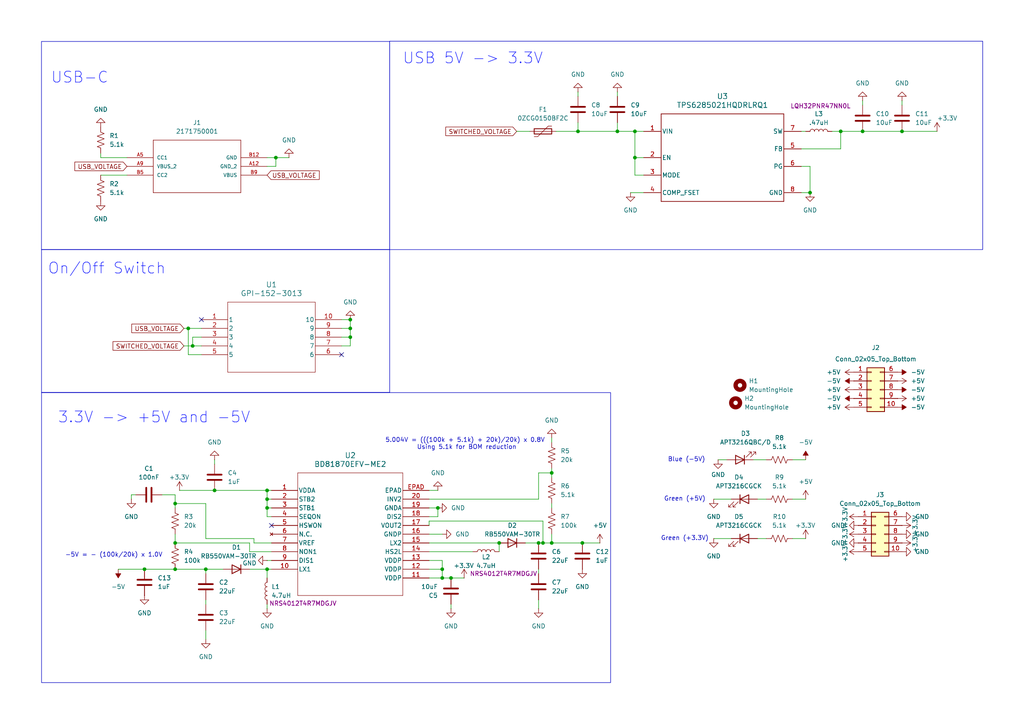
<source format=kicad_sch>
(kicad_sch (version 20250114) (generator "eeschema") (generator_version "9.0")
  (paper "A4")
  (lib_symbols
    (symbol "Connector_Generic:Conn_02x05_Top_Bottom" (pin_names (offset 1.016) (hide yes))
      (property "Reference" "J" (at 1.27 7.62 0))
      (property "Value" "Conn_02x05_Top_Bottom" (at 1.27 -7.62 0))
      (symbol "Conn_02x05_Top_Bottom_1_1"
        (rectangle (start -1.27 6.35) (end 3.81 -6.35) (stroke (width 0.254)) (fill (type background)))
        (rectangle (start -1.27 5.207) (end 0 4.953) (stroke (width 0.1524)))
        (rectangle (start -1.27 2.667) (end 0 2.413) (stroke (width 0.1524)))
        (rectangle (start -1.27 0.127) (end 0 -0.127) (stroke (width 0.1524)))
        (rectangle (start -1.27 -2.413) (end 0 -2.667) (stroke (width 0.1524)))
        (rectangle (start -1.27 -4.953) (end 0 -5.207) (stroke (width 0.1524)))
        (rectangle (start 3.81 5.207) (end 2.54 4.953) (stroke (width 0.1524)))
        (rectangle (start 3.81 2.667) (end 2.54 2.413) (stroke (width 0.1524)))
        (rectangle (start 3.81 0.127) (end 2.54 -0.127) (stroke (width 0.1524)))
        (rectangle (start 3.81 -2.413) (end 2.54 -2.667) (stroke (width 0.1524)))
        (rectangle (start 3.81 -4.953) (end 2.54 -5.207) (stroke (width 0.1524)))
        (pin passive line (at -5.08 5.08 0) (length 3.81) (name "Pin_1") (number "1"))
        (pin passive line (at -5.08 2.54 0) (length 3.81) (name "Pin_2") (number "2"))
        (pin passive line (at -5.08 0 0) (length 3.81) (name "Pin_3") (number "3"))
        (pin passive line (at -5.08 -2.54 0) (length 3.81) (name "Pin_4") (number "4"))
        (pin passive line (at -5.08 -5.08 0) (length 3.81) (name "Pin_5") (number "5"))
        (pin passive line (at 7.62 5.08 180) (length 3.81) (name "Pin_6") (number "6"))
        (pin passive line (at 7.62 2.54 180) (length 3.81) (name "Pin_7") (number "7"))
        (pin passive line (at 7.62 0 180) (length 3.81) (name "Pin_8") (number "8"))
        (pin passive line (at 7.62 -2.54 180) (length 3.81) (name "Pin_9") (number "9"))
        (pin passive line (at 7.62 -5.08 180) (length 3.81) (name "Pin_10") (number "10"))
      )
    )
    (symbol "Device:C" (pin_numbers (hide yes)) (pin_names (offset 0.254))
      (property "Reference" "C" (at 0.635 2.54 0))
      (property "Value" "C" (at 0.635 -2.54 0))
      (symbol "C_0_1"
        (polyline (pts (xy -2.032 0.762) (xy 2.032 0.762)) (stroke (width 0.508)))
        (polyline (pts (xy -2.032 -0.762) (xy 2.032 -0.762)) (stroke (width 0.508)))
      )
      (symbol "C_1_1"
        (pin passive line (at 0 3.81 270) (length 2.794) (name "~") (number "1"))
        (pin passive line (at 0 -3.81 90) (length 2.794) (name "~") (number "2"))
      )
    )
    (symbol "Device:D" (pin_numbers (hide yes)) (pin_names (offset 1.016) (hide yes))
      (property "Reference" "D" (at 0 2.54 0))
      (property "Value" "D" (at 0 -2.54 0))
      (symbol "D_0_1"
        (polyline (pts (xy -1.27 1.27) (xy -1.27 -1.27)) (stroke (width 0.254)))
        (polyline (pts (xy 1.27 1.27) (xy 1.27 -1.27) (xy -1.27 0) (xy 1.27 1.27)) (stroke (width 0.254)))
        (polyline (pts (xy 1.27 0) (xy -1.27 0)))
      )
      (symbol "D_1_1"
        (pin passive line (at -3.81 0 0) (length 2.54) (name "K") (number "1"))
        (pin passive line (at 3.81 0 180) (length 2.54) (name "A") (number "2"))
      )
    )
    (symbol "Device:L" (pin_numbers (hide yes)) (pin_names (offset 1.016) (hide yes))
      (property "Reference" "L" (at -1.27 0 90))
      (property "Value" "L" (at 1.905 0 90))
      (symbol "L_0_1"
        (arc (start 0 2.54) (mid 0.6323 1.905) (end 0 1.27))
        (arc (start 0 1.27) (mid 0.6323 0.635) (end 0 0))
        (arc (start 0 0) (mid 0.6323 -0.635) (end 0 -1.27))
        (arc (start 0 -1.27) (mid 0.6323 -1.905) (end 0 -2.54))
      )
      (symbol "L_1_1"
        (pin passive line (at 0 3.81 270) (length 1.27) (name "1") (number "1"))
        (pin passive line (at 0 -3.81 90) (length 1.27) (name "2") (number "2"))
      )
    )
    (symbol "Device:LED" (pin_numbers (hide yes)) (pin_names (offset 1.016) (hide yes))
      (property "Reference" "D" (at 0 2.54 0))
      (property "Value" "LED" (at 0 -2.54 0))
      (symbol "LED_0_1"
        (polyline (pts (xy -3.048 -0.762) (xy -4.572 -2.286) (xy -3.81 -2.286) (xy -4.572 -2.286) (xy -4.572 -1.524)))
        (polyline (pts (xy -1.778 -0.762) (xy -3.302 -2.286) (xy -2.54 -2.286) (xy -3.302 -2.286) (xy -3.302 -1.524)))
        (polyline (pts (xy -1.27 0) (xy 1.27 0)))
        (polyline (pts (xy -1.27 -1.27) (xy -1.27 1.27)) (stroke (width 0.254)))
        (polyline (pts (xy 1.27 -1.27) (xy 1.27 1.27) (xy -1.27 0) (xy 1.27 -1.27)) (stroke (width 0.254)))
      )
      (symbol "LED_1_1"
        (pin passive line (at -3.81 0 0) (length 2.54) (name "K") (number "1"))
        (pin passive line (at 3.81 0 180) (length 2.54) (name "A") (number "2"))
      )
    )
    (symbol "Device:Polyfuse" (pin_numbers (hide yes)) (pin_names (offset 0))
      (property "Reference" "F" (at -2.54 0 90))
      (property "Value" "Polyfuse" (at 2.54 0 90))
      (symbol "Polyfuse_0_1"
        (polyline (pts (xy -1.524 2.54) (xy -1.524 1.524) (xy 1.524 -1.524) (xy 1.524 -2.54)))
        (rectangle (start -0.762 2.54) (end 0.762 -2.54) (stroke (width 0.254)))
        (polyline (pts (xy 0 2.54) (xy 0 -2.54)))
      )
      (symbol "Polyfuse_1_1"
        (pin passive line (at 0 3.81 270) (length 1.27) (name "~") (number "1"))
        (pin passive line (at 0 -3.81 90) (length 1.27) (name "~") (number "2"))
      )
    )
    (symbol "Device:R_US" (pin_numbers (hide yes)) (pin_names (offset 0))
      (property "Reference" "R" (at 2.54 0 90))
      (property "Value" "R_US" (at -2.54 0 90))
      (symbol "R_US_0_1"
        (polyline (pts (xy 0 2.286) (xy 0 2.54)))
        (polyline (pts (xy 0 2.286) (xy 1.016 1.905) (xy 0 1.524) (xy -1.016 1.143) (xy 0 0.762)))
        (polyline (pts (xy 0 0.762) (xy 1.016 0.381) (xy 0 0) (xy -1.016 -0.381) (xy 0 -0.762)))
        (polyline (pts (xy 0 -0.762) (xy 1.016 -1.143) (xy 0 -1.524) (xy -1.016 -1.905) (xy 0 -2.286)))
        (polyline (pts (xy 0 -2.286) (xy 0 -2.54)))
      )
      (symbol "R_US_1_1"
        (pin passive line (at 0 3.81 270) (length 1.27) (name "~") (number "1"))
        (pin passive line (at 0 -3.81 90) (length 1.27) (name "~") (number "2"))
      )
    )
    (symbol "Mechanical:MountingHole" (pin_names (offset 1.016)) (in_bom no)
      (property "Reference" "H" (at 0 5.08 0))
      (property "Value" "MountingHole" (at 0 3.175 0))
      (symbol "MountingHole_0_1"
        (circle (center 0 0) (radius 1.27) (stroke (width 1.27)))
      )
    )
    (symbol "bbps:2171750001" (pin_names (offset 1.016))
      (property "Reference" "J" (at 15.5956 9.1186 0))
      (property "Value" "2171750001" (at 14.9606 6.5786 0))
      (symbol "2171750001_0_0"
        (polyline (pts (xy 7.62 5.08) (xy 7.62 -10.16)) (stroke (width 0.1524)))
        (polyline (pts (xy 7.62 -10.16) (xy 33.02 -10.16)) (stroke (width 0.1524)))
        (polyline (pts (xy 33.02 5.08) (xy 7.62 5.08)) (stroke (width 0.1524)))
        (polyline (pts (xy 33.02 -10.16) (xy 33.02 5.08)) (stroke (width 0.1524)))
        (pin bidirectional line (at 0 0 0) (length 7.62) (name "CC1") (number "A5"))
        (pin power_in line (at 0 -2.54 0) (length 7.62) (name "VBUS_2") (number "A9"))
        (pin bidirectional line (at 0 -5.08 0) (length 7.62) (name "CC2") (number "B5"))
        (pin passive line (at 40.64 0 180) (length 7.62) (name "GND") (number "B12"))
        (pin passive line (at 40.64 -2.54 180) (length 7.62) (name "GND_2") (number "A12"))
        (pin power_in line (at 40.64 -5.08 180) (length 7.62) (name "VBUS") (number "B9"))
      )
    )
    (symbol "bbps:BD81870EFV-ME2" (pin_names (offset 0.254))
      (property "Reference" "U" (at 22.86 10.16 0))
      (property "Value" "BD81870EFV-ME2" (at 22.86 7.62 0))
      (symbol "BD81870EFV-ME2_0_1"
        (polyline (pts (xy 7.62 5.08) (xy 7.62 -30.48)) (stroke (width 0.127)))
        (polyline (pts (xy 7.62 -30.48) (xy 38.1 -30.48)) (stroke (width 0.127)))
        (polyline (pts (xy 38.1 5.08) (xy 7.62 5.08)) (stroke (width 0.127)))
        (polyline (pts (xy 38.1 -30.48) (xy 38.1 5.08)) (stroke (width 0.127)))
        (pin power_in line (at 0 0 0) (length 7.62) (name "VDDA") (number "1"))
        (pin bidirectional line (at 0 -2.54 0) (length 7.62) (name "STB2") (number "2"))
        (pin bidirectional line (at 0 -5.08 0) (length 7.62) (name "STB1") (number "3"))
        (pin unspecified line (at 0 -7.62 0) (length 7.62) (name "SEQON") (number "4"))
        (pin unspecified line (at 0 -10.16 0) (length 7.62) (name "HSWON") (number "5"))
        (pin no_connect line (at 0 -12.7 0) (length 7.62) (name "N.C.") (number "6"))
        (pin power_in line (at 0 -15.24 0) (length 7.62) (name "VREF") (number "7"))
        (pin unspecified line (at 0 -17.78 0) (length 7.62) (name "NON1") (number "8"))
        (pin bidirectional line (at 0 -20.32 0) (length 7.62) (name "DIS1") (number "9"))
        (pin bidirectional line (at 0 -22.86 0) (length 7.62) (name "LX1") (number "10"))
        (pin unspecified line (at 45.72 0 180) (length 7.62) (name "EPAD") (number "EPAD"))
        (pin unspecified line (at 45.72 -2.54 180) (length 7.62) (name "INV2") (number "20"))
        (pin power_out line (at 45.72 -5.08 180) (length 7.62) (name "GNDA") (number "19"))
        (pin bidirectional line (at 45.72 -7.62 180) (length 7.62) (name "DIS2") (number "18"))
        (pin output line (at 45.72 -10.16 180) (length 7.62) (name "VOUT2") (number "17"))
        (pin power_out line (at 45.72 -12.7 180) (length 7.62) (name "GNDP") (number "16"))
        (pin bidirectional line (at 45.72 -15.24 180) (length 7.62) (name "LX2") (number "15"))
        (pin unspecified line (at 45.72 -17.78 180) (length 7.62) (name "HS2L") (number "14"))
        (pin power_in line (at 45.72 -20.32 180) (length 7.62) (name "VDDP") (number "13"))
        (pin power_in line (at 45.72 -22.86 180) (length 7.62) (name "VDDP") (number "12"))
        (pin power_in line (at 45.72 -25.4 180) (length 7.62) (name "VDDP") (number "11"))
      )
    )
    (symbol "bbps:GPI-152-3013" (pin_names (offset 0.254))
      (property "Reference" "U" (at 20.32 10.16 0))
      (property "Value" "GPI-152-3013" (at 20.32 7.62 0))
      (symbol "GPI-152-3013_0_1"
        (polyline (pts (xy 7.62 5.08) (xy 7.62 -15.24)) (stroke (width 0.127)))
        (polyline (pts (xy 7.62 -15.24) (xy 33.02 -15.24)) (stroke (width 0.127)))
        (polyline (pts (xy 33.02 5.08) (xy 7.62 5.08)) (stroke (width 0.127)))
        (polyline (pts (xy 33.02 -15.24) (xy 33.02 5.08)) (stroke (width 0.127)))
        (pin unspecified line (at 0 0 0) (length 7.62) (name "1") (number "1"))
        (pin unspecified line (at 0 -2.54 0) (length 7.62) (name "2") (number "2"))
        (pin unspecified line (at 0 -5.08 0) (length 7.62) (name "3") (number "3"))
        (pin unspecified line (at 0 -7.62 0) (length 7.62) (name "4") (number "4"))
        (pin unspecified line (at 0 -10.16 0) (length 7.62) (name "5") (number "5"))
        (pin unspecified line (at 40.64 0 180) (length 7.62) (name "10") (number "10"))
        (pin unspecified line (at 40.64 -2.54 180) (length 7.62) (name "9") (number "9"))
        (pin unspecified line (at 40.64 -5.08 180) (length 7.62) (name "8") (number "8"))
        (pin unspecified line (at 40.64 -7.62 180) (length 7.62) (name "7") (number "7"))
        (pin unspecified line (at 40.64 -10.16 180) (length 7.62) (name "6") (number "6"))
      )
    )
    (symbol "bbps:TPS6285021HQDRLRQ1" (pin_names (offset 0.254))
      (property "Reference" "U" (at 0 2.54 0))
      (property "Value" "TPS6285021HQDRLRQ1" (at 0 0 0))
      (symbol "TPS6285021HQDRLRQ1_0_1"
        (polyline (pts (xy 5.08 5.08) (xy 5.08 -20.32)) (stroke (width 0.2032)))
        (polyline (pts (xy 5.08 -20.32) (xy 40.64 -20.32)) (stroke (width 0.2032)))
        (polyline (pts (xy 40.64 5.08) (xy 5.08 5.08)) (stroke (width 0.2032)))
        (polyline (pts (xy 40.64 -20.32) (xy 40.64 5.08)) (stroke (width 0.2032)))
        (pin power_in line (at 0 0 0) (length 5.08) (name "VIN") (number "1"))
        (pin input line (at 0 -7.62 0) (length 5.08) (name "EN") (number "2"))
        (pin input line (at 0 -12.7 0) (length 5.08) (name "MODE") (number "3"))
        (pin input line (at 0 -17.78 0) (length 5.08) (name "COMP_FSET") (number "4"))
        (pin output line (at 45.72 0 180) (length 5.08) (name "SW") (number "7"))
        (pin input line (at 45.72 -5.08 180) (length 5.08) (name "FB") (number "5"))
        (pin open_collector line (at 45.72 -10.16 180) (length 5.08) (name "PG") (number "6"))
        (pin power_in line (at 45.72 -17.78 180) (length 5.08) (name "GND") (number "8"))
      )
    )
    (symbol "power:+3.3V" (power) (pin_numbers (hide yes)) (pin_names (offset 0) (hide yes))
      (property "Value" "+3.3V" (at 0 3.556 0))
      (symbol "+3.3V_0_1"
        (polyline (pts (xy -0.762 1.27) (xy 0 2.54)))
        (polyline (pts (xy 0 2.54) (xy 0.762 1.27)))
        (polyline (pts (xy 0 0) (xy 0 2.54)))
      )
      (symbol "+3.3V_1_1"
        (pin power_in line (at 0 0 90) (length 0) (name "~") (number "1"))
      )
    )
    (symbol "power:+5V" (power) (pin_numbers (hide yes)) (pin_names (offset 0) (hide yes))
      (property "Value" "+5V" (at 0 3.556 0))
      (symbol "+5V_0_1"
        (polyline (pts (xy -0.762 1.27) (xy 0 2.54)))
        (polyline (pts (xy 0 2.54) (xy 0.762 1.27)))
        (polyline (pts (xy 0 0) (xy 0 2.54)))
      )
      (symbol "+5V_1_1"
        (pin power_in line (at 0 0 90) (length 0) (name "~") (number "1"))
      )
    )
    (symbol "power:-5V" (power) (pin_numbers (hide yes)) (pin_names (offset 0) (hide yes))
      (property "Value" "-5V" (at 0 3.556 0))
      (symbol "-5V_0_0"
        (pin power_in line (at 0 0 90) (length 0) (name "~") (number "1"))
      )
      (symbol "-5V_0_1"
        (polyline (pts (xy 0 0) (xy 0 1.27) (xy 0.762 1.27) (xy 0 2.54) (xy -0.762 1.27) (xy 0 1.27)) (fill (type outline)))
      )
    )
    (symbol "power:GND" (power) (pin_numbers (hide yes)) (pin_names (offset 0) (hide yes))
      (property "Value" "GND" (at 0 -3.81 0))
      (symbol "GND_0_1"
        (polyline (pts (xy 0 0) (xy 0 -1.27) (xy 1.27 -1.27) (xy 0 -2.54) (xy -1.27 -1.27) (xy 0 -1.27)))
      )
      (symbol "GND_1_1"
        (pin power_in line (at 0 0 270) (length 0) (name "~") (number "1"))
      )
    )
  )
  (rectangle (start 12.0484 113.8717) (end 177.1052 197.9853))
  (rectangle (start 12.0441 72.39) (end 113.03 113.8315))
  (rectangle (start 113.0351 11.9529) (end 285.031 72.39))
  (rectangle (start 12.0295 12.0295) (end 113.03 72.39))
  (text "-5V = - (100k/20k) x 1.0V" (at 33.02 161.036 0) (effects (font (size 1.27 1.27))))
  (text "Green (+3.3V)\n" (at 198.628 156.21 0) (effects (font (size 1.27 1.27))))
  (text "USB 5V -> 3.3V" (at 137.16 17.018 0) (effects (font (size 3.175 3.175))))
  (text "3.3V -> +5V and -5V" (at 44.704 121.158 0) (effects (font (size 3.175 3.175))))
  (text "Blue (-5V)" (at 199.136 133.35 0) (effects (font (size 1.27 1.27))))
  (text "USB-C" (at 23.114 22.606 0) (effects (font (size 3.175 3.175))))
  (text "On/Off Switch" (at 30.988 77.978 0) (effects (font (size 3.175 3.175))))
  (text "Green (+5V)\n" (at 198.628 144.78 0) (effects (font (size 1.27 1.27))))
  (text "5.004V = (((100k + 5.1k) + 20k)/20k) x 0.8V \nUsing 5.1k for BOM reduction" (at 135.382 128.778 0) (effects (font (size 1.27 1.27))))
  (junction (at 167.64 38.1))
  (junction (at 156.21 157.48))
  (junction (at 50.8 165.1))
  (junction (at 184.15 45.72))
  (junction (at 77.47 142.24))
  (junction (at 144.78 157.48))
  (junction (at 128.27 167.64))
  (junction (at 77.47 147.32))
  (junction (at 101.6 92.71))
  (junction (at 54.61 95.25))
  (junction (at 50.8 157.48))
  (junction (at 101.6 95.25))
  (junction (at 168.91 157.48))
  (junction (at 50.8 146.05))
  (junction (at 59.69 165.1))
  (junction (at 77.47 144.78))
  (junction (at 77.47 165.1))
  (junction (at 261.62 38.1))
  (junction (at 41.91 165.1))
  (junction (at 157.48 157.48))
  (junction (at 80.01 45.72))
  (junction (at 234.95 55.88))
  (junction (at 160.02 157.48))
  (junction (at 128.27 165.1))
  (junction (at 179.07 38.1))
  (junction (at 101.6 97.79))
  (junction (at 62.23 142.24))
  (junction (at 243.84 38.1))
  (junction (at 127 147.32))
  (junction (at 250.19 38.1))
  (junction (at 130.81 167.64))
  (junction (at 160.02 137.16))
  (junction (at 55.88 100.33))
  (junction (at 184.15 38.1))
  (no_connect (at 78.74 152.4))
  (no_connect (at 58.42 92.71))
  (no_connect (at 99.06 102.87))
  (wire (pts (xy 54.61 102.87) (xy 54.61 95.25)))
  (wire (pts (xy 160.02 147.32) (xy 160.02 146.05)))
  (wire (pts (xy 55.88 97.79) (xy 55.88 100.33)))
  (wire (pts (xy 160.02 138.43) (xy 160.02 137.16)))
  (wire (pts (xy 54.61 95.25) (xy 58.42 95.25)))
  (wire (pts (xy 77.47 165.1) (xy 77.47 167.64)))
  (wire (pts (xy 261.62 38.1) (xy 271.78 38.1)))
  (wire (pts (xy 229.87 133.35) (xy 233.68 133.35)))
  (wire (pts (xy 59.69 182.88) (xy 59.69 185.42)))
  (wire (pts (xy 157.48 157.48) (xy 157.48 151.13)))
  (wire (pts (xy 36.83 45.72) (xy 29.21 45.72)))
  (wire (pts (xy 156.21 144.78) (xy 156.21 137.16)))
  (wire (pts (xy 99.06 92.71) (xy 101.6 92.71)))
  (wire (pts (xy 179.07 38.1) (xy 184.15 38.1)))
  (wire (pts (xy 124.46 160.02) (xy 137.16 160.02)))
  (wire (pts (xy 156.21 173.99) (xy 156.21 176.53)))
  (wire (pts (xy 232.41 55.88) (xy 234.95 55.88)))
  (wire (pts (xy 250.19 38.1) (xy 261.62 38.1)))
  (wire (pts (xy 186.69 45.72) (xy 184.15 45.72)))
  (wire (pts (xy 179.07 35.56) (xy 179.07 38.1)))
  (wire (pts (xy 184.15 45.72) (xy 184.15 38.1)))
  (wire (pts (xy 232.41 38.1) (xy 233.68 38.1)))
  (wire (pts (xy 124.46 147.32) (xy 127 147.32)))
  (wire (pts (xy 243.84 43.18) (xy 243.84 38.1)))
  (wire (pts (xy 168.91 157.48) (xy 173.99 157.48)))
  (wire (pts (xy 38.1 143.51) (xy 39.37 143.51)))
  (wire (pts (xy 78.74 157.48) (xy 73.66 157.48)))
  (wire (pts (xy 167.64 35.56) (xy 167.64 38.1)))
  (wire (pts (xy 62.23 142.24) (xy 77.47 142.24)))
  (wire (pts (xy 130.81 167.64) (xy 134.62 167.64)))
  (wire (pts (xy 261.62 29.21) (xy 261.62 30.48)))
  (wire (pts (xy 160.02 127) (xy 160.02 128.27)))
  (wire (pts (xy 152.4 157.48) (xy 156.21 157.48)))
  (wire (pts (xy 128.27 165.1) (xy 128.27 162.56)))
  (wire (pts (xy 101.6 95.25) (xy 101.6 92.71)))
  (wire (pts (xy 250.19 29.21) (xy 250.19 30.48)))
  (wire (pts (xy 208.28 133.35) (xy 210.82 133.35)))
  (wire (pts (xy 41.91 165.1) (xy 50.8 165.1)))
  (wire (pts (xy 144.78 160.02) (xy 144.78 157.48)))
  (wire (pts (xy 124.46 142.24) (xy 127 142.24)))
  (wire (pts (xy 167.64 26.67) (xy 167.64 27.94)))
  (wire (pts (xy 77.47 176.53) (xy 77.47 175.26)))
  (wire (pts (xy 73.66 156.21) (xy 59.69 156.21)))
  (wire (pts (xy 128.27 167.64) (xy 128.27 165.1)))
  (wire (pts (xy 167.64 38.1) (xy 179.07 38.1)))
  (wire (pts (xy 77.47 45.72) (xy 80.01 45.72)))
  (wire (pts (xy 124.46 149.86) (xy 127 149.86)))
  (wire (pts (xy 179.07 26.67) (xy 179.07 27.94)))
  (wire (pts (xy 53.34 95.25) (xy 54.61 95.25)))
  (wire (pts (xy 144.78 157.48) (xy 124.46 157.48)))
  (wire (pts (xy 219.71 156.21) (xy 222.25 156.21)))
  (wire (pts (xy 128.27 165.1) (xy 124.46 165.1)))
  (wire (pts (xy 53.34 100.33) (xy 55.88 100.33)))
  (wire (pts (xy 77.47 162.56) (xy 78.74 162.56)))
  (wire (pts (xy 184.15 38.1) (xy 186.69 38.1)))
  (wire (pts (xy 160.02 154.94) (xy 160.02 157.48)))
  (wire (pts (xy 149.86 38.1) (xy 153.67 38.1)))
  (wire (pts (xy 50.8 154.94) (xy 50.8 157.48)))
  (wire (pts (xy 128.27 162.56) (xy 124.46 162.56)))
  (wire (pts (xy 156.21 137.16) (xy 160.02 137.16)))
  (wire (pts (xy 124.46 154.94) (xy 128.27 154.94)))
  (wire (pts (xy 72.39 165.1) (xy 77.47 165.1)))
  (wire (pts (xy 99.06 95.25) (xy 101.6 95.25)))
  (wire (pts (xy 243.84 38.1) (xy 250.19 38.1)))
  (wire (pts (xy 124.46 167.64) (xy 128.27 167.64)))
  (wire (pts (xy 59.69 156.21) (xy 59.69 146.05)))
  (wire (pts (xy 160.02 135.89) (xy 160.02 137.16)))
  (wire (pts (xy 72.39 157.48) (xy 72.39 160.02)))
  (wire (pts (xy 38.1 143.51) (xy 38.1 144.78)))
  (wire (pts (xy 58.42 97.79) (xy 55.88 97.79)))
  (wire (pts (xy 182.88 55.88) (xy 186.69 55.88)))
  (wire (pts (xy 99.06 97.79) (xy 101.6 97.79)))
  (wire (pts (xy 50.8 143.51) (xy 50.8 146.05)))
  (wire (pts (xy 50.8 165.1) (xy 59.69 165.1)))
  (wire (pts (xy 62.23 133.35) (xy 62.23 134.62)))
  (wire (pts (xy 128.27 167.64) (xy 130.81 167.64)))
  (wire (pts (xy 101.6 97.79) (xy 101.6 95.25)))
  (wire (pts (xy 46.99 143.51) (xy 50.8 143.51)))
  (wire (pts (xy 80.01 45.72) (xy 83.82 45.72)))
  (wire (pts (xy 77.47 144.78) (xy 77.47 142.24)))
  (wire (pts (xy 99.06 100.33) (xy 101.6 100.33)))
  (wire (pts (xy 59.69 173.99) (xy 59.69 175.26)))
  (wire (pts (xy 78.74 165.1) (xy 77.47 165.1)))
  (wire (pts (xy 232.41 48.26) (xy 234.95 48.26)))
  (wire (pts (xy 127 149.86) (xy 127 147.32)))
  (wire (pts (xy 130.81 175.26) (xy 130.81 176.53)))
  (wire (pts (xy 55.88 100.33) (xy 58.42 100.33)))
  (wire (pts (xy 157.48 151.13) (xy 124.46 151.13)))
  (wire (pts (xy 78.74 149.86) (xy 77.47 149.86)))
  (wire (pts (xy 64.77 165.1) (xy 59.69 165.1)))
  (wire (pts (xy 160.02 157.48) (xy 168.91 157.48)))
  (wire (pts (xy 50.8 146.05) (xy 50.8 147.32)))
  (wire (pts (xy 52.07 142.24) (xy 62.23 142.24)))
  (wire (pts (xy 78.74 144.78) (xy 77.47 144.78)))
  (wire (pts (xy 156.21 165.1) (xy 156.21 166.37)))
  (wire (pts (xy 73.66 157.48) (xy 73.66 156.21)))
  (wire (pts (xy 72.39 160.02) (xy 78.74 160.02)))
  (wire (pts (xy 59.69 146.05) (xy 50.8 146.05)))
  (wire (pts (xy 78.74 147.32) (xy 77.47 147.32)))
  (wire (pts (xy 59.69 165.1) (xy 59.69 166.37)))
  (wire (pts (xy 77.47 147.32) (xy 77.47 144.78)))
  (wire (pts (xy 34.29 165.1) (xy 41.91 165.1)))
  (wire (pts (xy 58.42 102.87) (xy 54.61 102.87)))
  (wire (pts (xy 29.21 50.8) (xy 36.83 50.8)))
  (wire (pts (xy 186.69 50.8) (xy 184.15 50.8)))
  (wire (pts (xy 50.8 157.48) (xy 72.39 157.48)))
  (wire (pts (xy 124.46 144.78) (xy 156.21 144.78)))
  (wire (pts (xy 161.29 38.1) (xy 167.64 38.1)))
  (wire (pts (xy 77.47 149.86) (xy 77.47 147.32)))
  (wire (pts (xy 101.6 100.33) (xy 101.6 97.79)))
  (wire (pts (xy 77.47 48.26) (xy 80.01 48.26)))
  (wire (pts (xy 219.71 144.78) (xy 222.25 144.78)))
  (wire (pts (xy 234.95 48.26) (xy 234.95 55.88)))
  (wire (pts (xy 218.44 133.35) (xy 222.25 133.35)))
  (wire (pts (xy 124.46 151.13) (xy 124.46 152.4)))
  (wire (pts (xy 232.41 43.18) (xy 243.84 43.18)))
  (wire (pts (xy 80.01 48.26) (xy 80.01 45.72)))
  (wire (pts (xy 77.47 142.24) (xy 78.74 142.24)))
  (wire (pts (xy 160.02 157.48) (xy 157.48 157.48)))
  (wire (pts (xy 29.21 45.72) (xy 29.21 44.45)))
  (wire (pts (xy 229.87 144.78) (xy 233.68 144.78)))
  (wire (pts (xy 157.48 157.48) (xy 156.21 157.48)))
  (wire (pts (xy 207.01 144.78) (xy 212.09 144.78)))
  (wire (pts (xy 184.15 50.8) (xy 184.15 45.72)))
  (wire (pts (xy 241.3 38.1) (xy 243.84 38.1)))
  (wire (pts (xy 229.87 156.21) (xy 233.68 156.21)))
  (wire (pts (xy 207.01 156.21) (xy 212.09 156.21)))
  (global_label "SWITCHED_VOLTAGE" (shape input) (at 53.34 100.33 180) (property "Intersheetrefs" "${INTERSHEET_REFS}" (effects (hide yes))))
  (global_label "SWITCHED_VOLTAGE" (shape input) (at 149.86 38.1 180) (property "Intersheetrefs" "${INTERSHEET_REFS}" (effects (hide yes))))
  (global_label "USB_VOLTAGE" (shape input) (at 77.47 50.8 0) (property "Intersheetrefs" "${INTERSHEET_REFS}" (effects (hide yes))))
  (global_label "USB_VOLTAGE" (shape input) (at 36.83 48.26 180) (property "Intersheetrefs" "${INTERSHEET_REFS}" (effects (hide yes))))
  (global_label "USB_VOLTAGE" (shape input) (at 53.34 95.25 180) (property "Intersheetrefs" "${INTERSHEET_REFS}" (effects (hide yes))))
  (symbol (lib_id "power:GND") (at 77.47 162.56 270) (unit 1)
    (property "Reference" "#PWR08" (effects (hide yes)))
    (property "Value" "GND" (at 74.422 163.322 90) (effects (justify right)))
    (property "Description" "Power symbol creates a global label with name \"GND\" , ground" (effects (hide yes)))
  )
  (symbol (lib_id "Mechanical:MountingHole") (at 213.36 116.84 0) (unit 1) (in_bom no)
    (property "Reference" "H2" (at 215.9 115.5699 0) (effects (justify left)))
    (property "Value" "MountingHole" (at 215.9 118.1099 0) (effects (justify left)))
    (property "Footprint" "BreadBoard Power Supply:RubberFoot" (effects (hide yes)))
    (property "Description" "Mounting Hole without connection" (effects (hide yes)))
  )
  (symbol (lib_id "power:+3.3V") (at 233.68 156.21 0) (unit 1)
    (property "Reference" "#PWR034" (effects (hide yes)))
    (property "Value" "+3.3V" (at 230.632 152.4 0) (effects (justify left)))
    (property "Description" "Power symbol creates a global label with name \"+3.3V\"" (effects (hide yes)))
  )
  (symbol (lib_id "power:+3.3V") (at 248.92 149.86 90) (unit 1)
    (property "Reference" "#PWR045" (effects (hide yes)))
    (property "Value" "+3.3V" (at 245.11 152.908 0) (effects (justify left)))
    (property "Description" "Power symbol creates a global label with name \"+3.3V\"" (effects (hide yes)))
  )
  (symbol (lib_id "Mechanical:MountingHole") (at 214.63 111.76 0) (unit 1) (in_bom no)
    (property "Reference" "H1" (at 217.17 110.4899 0) (effects (justify left)))
    (property "Value" "MountingHole" (at 217.17 113.0299 0) (effects (justify left)))
    (property "Footprint" "BreadBoard Power Supply:RubberFoot" (effects (hide yes)))
    (property "Description" "Mounting Hole without connection" (effects (hide yes)))
  )
  (symbol (lib_id "power:GND") (at 130.81 176.53 0) (unit 1)
    (property "Reference" "#PWR015" (effects (hide yes)))
    (property "Value" "GND" (at 130.81 181.61 0))
    (property "Description" "Power symbol creates a global label with name \"GND\" , ground" (effects (hide yes)))
  )
  (symbol (lib_id "power:GND") (at 207.01 144.78 0) (unit 1)
    (property "Reference" "#PWR023" (effects (hide yes)))
    (property "Value" "GND" (at 207.01 149.86 0))
    (property "Description" "Power symbol creates a global label with name \"GND\" , ground" (effects (hide yes)))
  )
  (symbol (lib_id "power:GND") (at 160.02 127 180) (unit 1)
    (property "Reference" "#PWR018" (effects (hide yes)))
    (property "Value" "GND" (at 160.02 121.92 0))
    (property "Description" "Power symbol creates a global label with name \"GND\" , ground" (effects (hide yes)))
  )
  (symbol (lib_id "power:+5V") (at 247.65 107.95 90) (unit 1)
    (property "Reference" "#PWR035" (effects (hide yes)))
    (property "Value" "+5V" (at 243.84 107.9499 90) (effects (justify left)))
    (property "Description" "Power symbol creates a global label with name \"+5V\"" (effects (hide yes)))
  )
  (symbol (lib_id "power:GND") (at 41.91 172.72 0) (unit 1)
    (property "Reference" "#PWR032" (effects (hide yes)))
    (property "Value" "GND" (at 41.91 177.8 0))
    (property "Description" "Power symbol creates a global label with name \"GND\" , ground" (effects (hide yes)))
  )
  (symbol (lib_id "power:-5V") (at 247.65 115.57 90) (unit 1)
    (property "Reference" "#PWR041" (effects (hide yes)))
    (property "Value" "-5V" (at 243.84 115.5699 90) (effects (justify left)))
    (property "Description" "Power symbol creates a global label with name \"-5V\"" (effects (hide yes)))
  )
  (symbol (lib_id "Device:R_US") (at 50.8 161.29 0) (unit 1)
    (property "Reference" "R4" (at 53.34 160.0199 0) (effects (justify left)))
    (property "Value" "100k" (at 53.34 162.5599 0) (effects (justify left)))
    (property "Footprint" "Resistor_SMD:R_1206_3216Metric_Pad1.30x1.75mm_HandSolder" (effects (hide yes)))
    (property "Description" "Resistor, US symbol" (effects (hide yes)))
  )
  (symbol (lib_id "power:+3.3V") (at 52.07 142.24 0) (unit 1)
    (property "Reference" "#PWR05" (effects (hide yes)))
    (property "Value" "+3.3V" (at 49.022 138.43 0) (effects (justify left)))
    (property "Description" "Power symbol creates a global label with name \"+3.3V\"" (effects (hide yes)))
  )
  (symbol (lib_id "Device:D") (at 148.59 157.48 180) (unit 1)
    (property "Reference" "D2" (at 148.59 152.4 0))
    (property "Value" "RB550VAM-30TR" (at 148.59 154.94 0))
    (property "Footprint" "BreadBoard Power Supply:DIO_RB160VAM_ROM-L" (effects (hide yes)))
    (property "Description" "Diode" (effects (hide yes)))
    (property "Sim.Device" "D" (effects (hide yes)))
    (property "Sim.Pins" "1=K 2=A" (effects (hide yes)))
  )
  (symbol (lib_id "Connector_Generic:Conn_02x05_Top_Bottom") (at 254 154.94 0) (unit 1)
    (property "Reference" "J3" (at 255.27 143.51 0))
    (property "Value" "Conn_02x05_Top_Bottom" (at 255.27 146.05 0))
    (property "Footprint" "Connector_PinSocket_2.54mm:PinSocket_2x05_P2.54mm_Vertical" (effects (hide yes)))
    (property "Description" "Generic connector, double row, 02x05, top/bottom pin numbering scheme (row 1: 1...pins_per_row, row2: pins_per_row+1 ... num_pins), script generated (kicad-library-utils/schlib/autogen/connector/)" (effects (hide yes)))
  )
  (symbol (lib_id "power:GND") (at 83.82 45.72 180) (unit 1)
    (property "Reference" "#PWR010" (effects (hide yes)))
    (property "Value" "GND" (at 83.82 40.64 0))
    (property "Description" "Power symbol creates a global label with name \"GND\" , ground" (effects (hide yes)))
  )
  (symbol (lib_id "Device:L") (at 140.97 160.02 90) (unit 1)
    (property "Reference" "L2" (at 140.97 161.544 90))
    (property "Value" "4.7uH" (at 140.97 164.084 90))
    (property "Footprint" "BreadBoard Power Supply:IND_NRS4012T100MDGJV_TAY" (effects (hide yes)))
    (property "Description" "NRS4012T4R7MDGJV" (at 146.05 166.37 90))
  )
  (symbol (lib_id "power:+5V") (at 260.35 115.57 270) (unit 1)
    (property "Reference" "#PWR038" (effects (hide yes)))
    (property "Value" "+5V" (at 264.16 115.5699 90) (effects (justify left)))
    (property "Description" "Power symbol creates a global label with name \"+5V\"" (effects (hide yes)))
  )
  (symbol (lib_id "Device:R_US") (at 226.06 133.35 90) (unit 1)
    (property "Reference" "R8" (at 226.06 127 90))
    (property "Value" "5.1k" (at 226.06 129.54 90))
    (property "Footprint" "Resistor_SMD:R_1206_3216Metric_Pad1.30x1.75mm_HandSolder" (effects (hide yes)))
    (property "Description" "Resistor, US symbol" (effects (hide yes)))
  )
  (symbol (lib_id "Device:C") (at 156.21 161.29 0) (unit 1)
    (property "Reference" "C6" (at 160.02 160.0199 0) (effects (justify left)))
    (property "Value" "22uF" (at 160.02 162.5599 0) (effects (justify left)))
    (property "Footprint" "Capacitor_SMD:C_1206_3216Metric_Pad1.33x1.80mm_HandSolder" (effects (hide yes)))
    (property "Description" "Unpolarized capacitor" (effects (hide yes)))
  )
  (symbol (lib_id "power:GND") (at 261.62 29.21 180) (unit 1)
    (property "Reference" "#PWR031" (effects (hide yes)))
    (property "Value" "GND" (at 261.62 24.13 0))
    (property "Description" "Power symbol creates a global label with name \"GND\" , ground" (effects (hide yes)))
  )
  (symbol (lib_id "bbps:GPI-152-3013") (at 58.42 92.71 0) (unit 1)
    (property "Reference" "U1" (at 78.74 82.55 0) (effects (font (size 1.524 1.524))))
    (property "Value" "GPI-152-3013" (at 78.74 85.09 0) (effects (font (size 1.524 1.524))))
    (property "Footprint" "BreadBoard Power Supply:SW_GPI-152-3013_CWI" (effects (hide yes)))
    (property "Datasheet" "GPI-152-3013" (effects (hide yes)))
  )
  (symbol (lib_id "Device:C") (at 167.64 31.75 0) (unit 1)
    (property "Reference" "C8" (at 171.45 30.4799 0) (effects (justify left)))
    (property "Value" "10uF" (at 171.45 33.0199 0) (effects (justify left)))
    (property "Footprint" "Capacitor_SMD:C_1206_3216Metric_Pad1.33x1.80mm_HandSolder" (effects (hide yes)))
    (property "Description" "Unpolarized capacitor" (effects (hide yes)))
  )
  (symbol (lib_id "Device:Polyfuse") (at 157.48 38.1 90) (unit 1)
    (property "Reference" "F1" (at 157.48 31.75 90))
    (property "Value" "0ZCG0150BF2C" (at 157.48 34.29 90))
    (property "Footprint" "BreadBoard Power Supply:0ZCG_BEL" (effects (hide yes)))
    (property "Description" "Resettable fuse, polymeric positive temperature coefficient" (effects (hide yes)))
  )
  (symbol (lib_id "Device:C") (at 62.23 138.43 0) (unit 1)
    (property "Reference" "C4" (at 66.04 137.1599 0) (effects (justify left)))
    (property "Value" "1uF" (at 66.04 139.6999 0) (effects (justify left)))
    (property "Footprint" "Capacitor_SMD:C_1206_3216Metric_Pad1.33x1.80mm_HandSolder" (effects (hide yes)))
    (property "Description" "Unpolarized capacitor" (effects (hide yes)))
  )
  (symbol (lib_id "power:GND") (at 250.19 29.21 180) (unit 1)
    (property "Reference" "#PWR030" (effects (hide yes)))
    (property "Value" "GND" (at 250.19 24.13 0))
    (property "Description" "Power symbol creates a global label with name \"GND\" , ground" (effects (hide yes)))
  )
  (symbol (lib_id "Device:L") (at 237.49 38.1 90) (unit 1)
    (property "Reference" "L3" (at 237.49 33.02 90))
    (property "Value" ".47uH" (at 237.49 35.56 90))
    (property "Footprint" "BreadBoard Power Supply:IND_LQH32PNR47NN0L" (effects (hide yes)))
    (property "Description" "LQH32PNR47NN0L" (at 237.998 30.734 90))
  )
  (symbol (lib_id "Device:C") (at 261.62 34.29 0) (unit 1)
    (property "Reference" "C11" (at 265.43 33.0199 0) (effects (justify left)))
    (property "Value" "10uF" (at 265.43 35.5599 0) (effects (justify left)))
    (property "Footprint" "Capacitor_SMD:C_1206_3216Metric_Pad1.33x1.80mm_HandSolder" (effects (hide yes)))
    (property "Description" "Unpolarized capacitor" (effects (hide yes)))
  )
  (symbol (lib_id "power:GND") (at 182.88 55.88 0) (unit 1)
    (property "Reference" "#PWR022" (effects (hide yes)))
    (property "Value" "GND" (at 182.88 60.96 0))
    (property "Description" "Power symbol creates a global label with name \"GND\" , ground" (effects (hide yes)))
  )
  (symbol (lib_id "power:GND") (at 261.62 149.86 90) (unit 1)
    (property "Reference" "#PWR054" (effects (hide yes)))
    (property "Value" "GND" (at 265.43 149.8599 90) (effects (justify right)))
    (property "Description" "Power symbol creates a global label with name \"GND\" , ground" (effects (hide yes)))
  )
  (symbol (lib_id "power:-5V") (at 260.35 107.95 270) (unit 1)
    (property "Reference" "#PWR044" (effects (hide yes)))
    (property "Value" "-5V" (at 264.16 107.9499 90) (effects (justify left)))
    (property "Description" "Power symbol creates a global label with name \"-5V\"" (effects (hide yes)))
  )
  (symbol (lib_id "power:GND") (at 208.28 133.35 0) (unit 1)
    (property "Reference" "#PWR024" (effects (hide yes)))
    (property "Value" "GND" (at 208.28 137.668 0))
    (property "Description" "Power symbol creates a global label with name \"GND\" , ground" (effects (hide yes)))
  )
  (symbol (lib_id "Device:C") (at 130.81 171.45 180) (unit 1)
    (property "Reference" "C5" (at 127 172.7201 0) (effects (justify left)))
    (property "Value" "10uF" (at 127 170.1801 0) (effects (justify left)))
    (property "Footprint" "Capacitor_SMD:C_1206_3216Metric_Pad1.33x1.80mm_HandSolder" (effects (hide yes)))
    (property "Description" "Unpolarized capacitor" (effects (hide yes)))
  )
  (symbol (lib_id "power:GND") (at 167.64 26.67 180) (unit 1)
    (property "Reference" "#PWR019" (effects (hide yes)))
    (property "Value" "GND" (at 167.64 21.59 0))
    (property "Description" "Power symbol creates a global label with name \"GND\" , ground" (effects (hide yes)))
  )
  (symbol (lib_id "power:-5V") (at 260.35 113.03 270) (unit 1)
    (property "Reference" "#PWR043" (effects (hide yes)))
    (property "Value" "-5V" (at 264.16 113.0299 90) (effects (justify left)))
    (property "Description" "Power symbol creates a global label with name \"-5V\"" (effects (hide yes)))
  )
  (symbol (lib_id "power:-5V") (at 34.29 165.1 180) (unit 1)
    (property "Reference" "#PWR03" (effects (hide yes)))
    (property "Value" "-5V" (at 34.29 170.18 0))
    (property "Description" "Power symbol creates a global label with name \"-5V\"" (effects (hide yes)))
  )
  (symbol (lib_id "Device:R_US") (at 29.21 54.61 0) (unit 1)
    (property "Reference" "R2" (at 31.75 53.3399 0) (effects (justify left)))
    (property "Value" "5.1k" (at 31.75 55.8799 0) (effects (justify left)))
    (property "Footprint" "Resistor_SMD:R_1206_3216Metric_Pad1.30x1.75mm_HandSolder" (effects (hide yes)))
    (property "Description" "Resistor, US symbol" (effects (hide yes)))
  )
  (symbol (lib_id "power:GND") (at 248.92 152.4 270) (unit 1)
    (property "Reference" "#PWR050" (effects (hide yes)))
    (property "Value" "GND" (at 245.11 152.3999 90) (effects (justify right)))
    (property "Description" "Power symbol creates a global label with name \"GND\" , ground" (effects (hide yes)))
  )
  (symbol (lib_id "power:GND") (at 248.92 157.48 270) (unit 1)
    (property "Reference" "#PWR051" (effects (hide yes)))
    (property "Value" "GND" (at 245.11 157.4799 90) (effects (justify right)))
    (property "Description" "Power symbol creates a global label with name \"GND\" , ground" (effects (hide yes)))
  )
  (symbol (lib_id "power:+5V") (at 260.35 110.49 270) (unit 1)
    (property "Reference" "#PWR039" (effects (hide yes)))
    (property "Value" "+5V" (at 264.16 110.4899 90) (effects (justify left)))
    (property "Description" "Power symbol creates a global label with name \"+5V\"" (effects (hide yes)))
  )
  (symbol (lib_id "Device:C") (at 41.91 168.91 180) (unit 1)
    (property "Reference" "C13" (at 45.72 167.6399 0) (effects (justify right)))
    (property "Value" "1uF" (at 45.72 170.1799 0) (effects (justify right)))
    (property "Footprint" "Capacitor_SMD:C_1206_3216Metric_Pad1.33x1.80mm_HandSolder" (effects (hide yes)))
    (property "Description" "Unpolarized capacitor" (effects (hide yes)))
  )
  (symbol (lib_id "Device:C") (at 250.19 34.29 0) (unit 1)
    (property "Reference" "C10" (at 254 33.0199 0) (effects (justify left)))
    (property "Value" "10uF" (at 254 35.5599 0) (effects (justify left)))
    (property "Footprint" "Capacitor_SMD:C_1206_3216Metric_Pad1.33x1.80mm_HandSolder" (effects (hide yes)))
    (property "Description" "Unpolarized capacitor" (effects (hide yes)))
  )
  (symbol (lib_id "power:GND") (at 29.21 36.83 180) (unit 1)
    (property "Reference" "#PWR01" (effects (hide yes)))
    (property "Value" "GND" (at 29.21 31.75 0))
    (property "Description" "Power symbol creates a global label with name \"GND\" , ground" (effects (hide yes)))
  )
  (symbol (lib_id "power:GND") (at 38.1 144.78 0) (unit 1)
    (property "Reference" "#PWR04" (effects (hide yes)))
    (property "Value" "GND" (at 38.1 149.86 0))
    (property "Description" "Power symbol creates a global label with name \"GND\" , ground" (effects (hide yes)))
  )
  (symbol (lib_id "Device:C") (at 168.91 161.29 180) (unit 1)
    (property "Reference" "C12" (at 172.72 160.0199 0) (effects (justify right)))
    (property "Value" "1uF" (at 172.72 162.5599 0) (effects (justify right)))
    (property "Footprint" "Capacitor_SMD:C_1206_3216Metric_Pad1.33x1.80mm_HandSolder" (effects (hide yes)))
    (property "Description" "Unpolarized capacitor" (effects (hide yes)))
  )
  (symbol (lib_id "power:+5V") (at 247.65 118.11 90) (unit 1)
    (property "Reference" "#PWR037" (effects (hide yes)))
    (property "Value" "+5V" (at 243.84 118.1099 90) (effects (justify left)))
    (property "Description" "Power symbol creates a global label with name \"+5V\"" (effects (hide yes)))
  )
  (symbol (lib_id "power:GND") (at 59.69 185.42 0) (unit 1)
    (property "Reference" "#PWR06" (effects (hide yes)))
    (property "Value" "GND" (at 59.69 190.5 0))
    (property "Description" "Power symbol creates a global label with name \"GND\" , ground" (effects (hide yes)))
  )
  (symbol (lib_id "power:GND") (at 261.62 154.94 90) (unit 1)
    (property "Reference" "#PWR053" (effects (hide yes)))
    (property "Value" "GND" (at 265.43 154.9399 90) (effects (justify right)))
    (property "Description" "Power symbol creates a global label with name \"GND\" , ground" (effects (hide yes)))
  )
  (symbol (lib_id "power:GND") (at 179.07 26.67 180) (unit 1)
    (property "Reference" "#PWR021" (effects (hide yes)))
    (property "Value" "GND" (at 179.07 21.59 0))
    (property "Description" "Power symbol creates a global label with name \"GND\" , ground" (effects (hide yes)))
  )
  (symbol (lib_id "power:+5V") (at 233.68 144.78 0) (unit 1)
    (property "Reference" "#PWR026" (effects (hide yes)))
    (property "Value" "+5V" (at 233.68 139.7 0))
    (property "Description" "Power symbol creates a global label with name \"+5V\"" (effects (hide yes)))
  )
  (symbol (lib_id "power:+3.3V") (at 261.62 152.4 270) (unit 1)
    (property "Reference" "#PWR048" (effects (hide yes)))
    (property "Value" "+3.3V" (at 265.43 149.352 0) (effects (justify left)))
    (property "Description" "Power symbol creates a global label with name \"+3.3V\"" (effects (hide yes)))
  )
  (symbol (lib_id "Device:R_US") (at 226.06 156.21 90) (unit 1)
    (property "Reference" "R10" (at 226.06 149.86 90))
    (property "Value" "5.1k" (at 226.06 152.4 90))
    (property "Footprint" "Resistor_SMD:R_1206_3216Metric_Pad1.30x1.75mm_HandSolder" (effects (hide yes)))
    (property "Description" "Resistor, US symbol" (effects (hide yes)))
  )
  (symbol (lib_id "Device:C") (at 43.18 143.51 270) (mirror x) (unit 1)
    (property "Reference" "C1" (at 43.18 135.89 90))
    (property "Value" "100nF" (at 43.18 138.43 90))
    (property "Footprint" "Capacitor_SMD:C_1206_3216Metric_Pad1.33x1.80mm_HandSolder" (effects (hide yes)))
    (property "Description" "Unpolarized capacitor" (effects (hide yes)))
  )
  (symbol (lib_id "Device:LED") (at 215.9 144.78 0) (unit 1)
    (property "Reference" "D4" (at 214.3125 138.43 0))
    (property "Value" "APT3216CGCK" (at 214.3125 140.97 0))
    (property "Footprint" "BreadBoard Power Supply:LED_APT3216QBC_D" (effects (hide yes)))
    (property "Description" "Light emitting diode" (effects (hide yes)))
    (property "Sim.Pins" "1=K 2=A" (effects (hide yes)))
  )
  (symbol (lib_id "power:GND") (at 77.47 176.53 0) (unit 1)
    (property "Reference" "#PWR09" (effects (hide yes)))
    (property "Value" "GND" (at 77.47 181.61 0))
    (property "Description" "Power symbol creates a global label with name \"GND\" , ground" (effects (hide yes)))
  )
  (symbol (lib_id "power:-5V") (at 260.35 118.11 270) (unit 1)
    (property "Reference" "#PWR042" (effects (hide yes)))
    (property "Value" "-5V" (at 264.16 118.1099 90) (effects (justify left)))
    (property "Description" "Power symbol creates a global label with name \"-5V\"" (effects (hide yes)))
  )
  (symbol (lib_id "Device:R_US") (at 160.02 132.08 0) (unit 1)
    (property "Reference" "R5" (at 162.56 130.8099 0) (effects (justify left)))
    (property "Value" "20k" (at 162.56 133.3499 0) (effects (justify left)))
    (property "Footprint" "Resistor_SMD:R_1206_3216Metric_Pad1.30x1.75mm_HandSolder" (effects (hide yes)))
    (property "Description" "Resistor, US symbol" (effects (hide yes)))
  )
  (symbol (lib_id "Connector_Generic:Conn_02x05_Top_Bottom") (at 252.73 113.03 0) (unit 1)
    (property "Reference" "J2" (at 254 100.838 0))
    (property "Value" "Conn_02x05_Top_Bottom" (at 254 104.14 0))
    (property "Footprint" "Connector_PinSocket_2.54mm:PinSocket_2x05_P2.54mm_Vertical" (effects (hide yes)))
    (property "Description" "Generic connector, double row, 02x05, top/bottom pin numbering scheme (row 1: 1...pins_per_row, row2: pins_per_row+1 ... num_pins), script generated (kicad-library-utils/schlib/autogen/connector/)" (effects (hide yes)))
  )
  (symbol (lib_id "power:+3.3V") (at 134.62 167.64 0) (unit 1)
    (property "Reference" "#PWR016" (effects (hide yes)))
    (property "Value" "+3.3V" (at 131.572 164.084 0) (effects (justify left)))
    (property "Description" "Power symbol creates a global label with name \"+3.3V\"" (effects (hide yes)))
  )
  (symbol (lib_id "Device:C") (at 179.07 31.75 0) (unit 1)
    (property "Reference" "C9" (at 182.88 30.4799 0) (effects (justify left)))
    (property "Value" "10uF" (at 182.88 33.0199 0) (effects (justify left)))
    (property "Footprint" "Capacitor_SMD:C_1206_3216Metric_Pad1.33x1.80mm_HandSolder" (effects (hide yes)))
    (property "Description" "Unpolarized capacitor" (effects (hide yes)))
  )
  (symbol (lib_id "bbps:2171750001") (at 36.83 45.72 0) (unit 1)
    (property "Reference" "J1" (at 57.15 35.56 0))
    (property "Value" "2171750001" (at 57.15 38.1 0))
    (property "Footprint" "BreadBoard Power Supply:2171750001_MOL" (effects (hide yes)))
    (property "MFR_NAME" "Molex Connector Corporation" (effects (hide yes)))
    (property "MANUFACTURER_PART_NUMBER" "2171750001" (effects (hide yes)))
  )
  (symbol (lib_id "power:GND") (at 234.95 55.88 0) (unit 1)
    (property "Reference" "#PWR027" (effects (hide yes)))
    (property "Value" "GND" (at 234.95 60.96 0))
    (property "Description" "Power symbol creates a global label with name \"GND\" , ground" (effects (hide yes)))
  )
  (symbol (lib_id "Device:L") (at 77.47 171.45 180) (unit 1)
    (property "Reference" "L1" (at 78.74 170.1799 0) (effects (justify right)))
    (property "Value" "4.7uH" (at 78.74 172.7199 0) (effects (justify right)))
    (property "Footprint" "BreadBoard Power Supply:IND_NRS4012T100MDGJV_TAY" (effects (hide yes)))
    (property "Description" "NRS4012T4R7MDGJV" (at 87.884 175.006 0))
  )
  (symbol (lib_id "power:GND") (at 207.01 156.21 0) (unit 1)
    (property "Reference" "#PWR028" (effects (hide yes)))
    (property "Value" "GND" (at 207.01 161.29 0))
    (property "Description" "Power symbol creates a global label with name \"GND\" , ground" (effects (hide yes)))
  )
  (symbol (lib_id "Device:D") (at 68.58 165.1 180) (unit 1)
    (property "Reference" "D1" (at 68.58 158.75 0))
    (property "Value" "RB550VAM-30TR" (at 66.294 161.29 0))
    (property "Footprint" "BreadBoard Power Supply:DIO_RB160VAM_ROM-L" (effects (hide yes)))
    (property "Description" "Diode" (effects (hide yes)))
    (property "Sim.Device" "D" (effects (hide yes)))
    (property "Sim.Pins" "1=K 2=A" (effects (hide yes)))
  )
  (symbol (lib_id "Device:C") (at 59.69 179.07 0) (unit 1)
    (property "Reference" "C3" (at 63.5 177.7999 0) (effects (justify left)))
    (property "Value" "22uF" (at 63.5 180.3399 0) (effects (justify left)))
    (property "Footprint" "Capacitor_SMD:C_1206_3216Metric_Pad1.33x1.80mm_HandSolder" (effects (hide yes)))
    (property "Description" "Unpolarized capacitor" (effects (hide yes)))
  )
  (symbol (lib_id "Device:R_US") (at 50.8 151.13 0) (unit 1)
    (property "Reference" "R3" (at 53.34 149.8599 0) (effects (justify left)))
    (property "Value" "20k" (at 53.34 152.3999 0) (effects (justify left)))
    (property "Footprint" "Resistor_SMD:R_1206_3216Metric_Pad1.30x1.75mm_HandSolder" (effects (hide yes)))
    (property "Description" "Resistor, US symbol" (effects (hide yes)))
  )
  (symbol (lib_id "power:GND") (at 29.21 58.42 0) (unit 1)
    (property "Reference" "#PWR02" (effects (hide yes)))
    (property "Value" "GND" (at 29.21 63.5 0))
    (property "Description" "Power symbol creates a global label with name \"GND\" , ground" (effects (hide yes)))
  )
  (symbol (lib_id "bbps:TPS6285021HQDRLRQ1") (at 186.69 38.1 0) (unit 1)
    (property "Reference" "U3" (at 209.55 27.94 0) (effects (font (size 1.524 1.524))))
    (property "Value" "TPS6285021HQDRLRQ1" (at 209.55 30.48 0) (effects (font (size 1.524 1.524))))
    (property "Footprint" "BreadBoard Power Supply:DRL0008A-MFG" (effects (hide yes)))
    (property "Datasheet" "https://www.ti.com/lit/gpn/tps628502-q1" (effects (hide yes)))
  )
  (symbol (lib_id "power:GND") (at 62.23 133.35 180) (unit 1)
    (property "Reference" "#PWR07" (effects (hide yes)))
    (property "Value" "GND" (at 62.23 128.27 0))
    (property "Description" "Power symbol creates a global label with name \"GND\" , ground" (effects (hide yes)))
  )
  (symbol (lib_id "power:+3.3V") (at 248.92 160.02 90) (unit 1)
    (property "Reference" "#PWR047" (effects (hide yes)))
    (property "Value" "+3.3V" (at 245.11 163.068 0) (effects (justify left)))
    (property "Description" "Power symbol creates a global label with name \"+3.3V\"" (effects (hide yes)))
  )
  (symbol (lib_id "power:GND") (at 101.6 92.71 180) (unit 1)
    (property "Reference" "#PWR011" (effects (hide yes)))
    (property "Value" "GND" (at 101.6 87.63 0))
    (property "Description" "Power symbol creates a global label with name \"GND\" , ground" (effects (hide yes)))
  )
  (symbol (lib_id "power:+5V") (at 173.99 157.48 0) (unit 1)
    (property "Reference" "#PWR020" (effects (hide yes)))
    (property "Value" "+5V" (at 173.99 152.4 0))
    (property "Description" "Power symbol creates a global label with name \"+5V\"" (effects (hide yes)))
  )
  (symbol (lib_id "power:-5V") (at 233.68 133.35 0) (unit 1)
    (property "Reference" "#PWR025" (effects (hide yes)))
    (property "Value" "-5V" (at 233.68 128.27 0))
    (property "Description" "Power symbol creates a global label with name \"-5V\"" (effects (hide yes)))
  )
  (symbol (lib_id "power:GND") (at 261.62 160.02 90) (unit 1)
    (property "Reference" "#PWR052" (effects (hide yes)))
    (property "Value" "GND" (at 265.43 160.0199 90) (effects (justify right)))
    (property "Description" "Power symbol creates a global label with name \"GND\" , ground" (effects (hide yes)))
  )
  (symbol (lib_id "Device:R_US") (at 226.06 144.78 90) (unit 1)
    (property "Reference" "R9" (at 226.06 138.43 90))
    (property "Value" "5.1k" (at 226.06 140.97 90))
    (property "Footprint" "Resistor_SMD:R_1206_3216Metric_Pad1.30x1.75mm_HandSolder" (effects (hide yes)))
    (property "Description" "Resistor, US symbol" (effects (hide yes)))
  )
  (symbol (lib_id "power:GND") (at 127 142.24 180) (unit 1)
    (property "Reference" "#PWR012" (effects (hide yes)))
    (property "Value" "GND" (at 127 137.16 0))
    (property "Description" "Power symbol creates a global label with name \"GND\" , ground" (effects (hide yes)))
  )
  (symbol (lib_id "power:GND") (at 168.91 165.1 0) (unit 1)
    (property "Reference" "#PWR029" (effects (hide yes)))
    (property "Value" "GND" (at 168.91 170.18 0))
    (property "Description" "Power symbol creates a global label with name \"GND\" , ground" (effects (hide yes)))
  )
  (symbol (lib_id "power:+5V") (at 247.65 113.03 90) (unit 1)
    (property "Reference" "#PWR036" (effects (hide yes)))
    (property "Value" "+5V" (at 243.84 113.0299 90) (effects (justify left)))
    (property "Description" "Power symbol creates a global label with name \"+5V\"" (effects (hide yes)))
  )
  (symbol (lib_id "power:+3.3V") (at 261.62 157.48 270) (unit 1)
    (property "Reference" "#PWR049" (effects (hide yes)))
    (property "Value" "+3.3V" (at 265.43 154.432 0) (effects (justify left)))
    (property "Description" "Power symbol creates a global label with name \"+3.3V\"" (effects (hide yes)))
  )
  (symbol (lib_id "power:-5V") (at 247.65 110.49 90) (unit 1)
    (property "Reference" "#PWR040" (effects (hide yes)))
    (property "Value" "-5V" (at 243.84 110.4899 90) (effects (justify left)))
    (property "Description" "Power symbol creates a global label with name \"-5V\"" (effects (hide yes)))
  )
  (symbol (lib_id "Device:LED") (at 214.63 133.35 180) (unit 1)
    (property "Reference" "D3" (at 216.2175 125.73 0))
    (property "Value" "APT3216QBC/D" (at 216.2175 128.27 0))
    (property "Footprint" "BreadBoard Power Supply:LED_APT3216QBC_D" (effects (hide yes)))
    (property "Description" "Light emitting diode" (effects (hide yes)))
    (property "Sim.Pins" "1=K 2=A" (effects (hide yes)))
  )
  (symbol (lib_id "Device:R_US") (at 160.02 151.13 0) (unit 1)
    (property "Reference" "R7" (at 162.56 149.8599 0) (effects (justify left)))
    (property "Value" "100k" (at 162.56 152.3999 0) (effects (justify left)))
    (property "Footprint" "Resistor_SMD:R_1206_3216Metric_Pad1.30x1.75mm_HandSolder" (effects (hide yes)))
    (property "Description" "Resistor, US symbol" (effects (hide yes)))
  )
  (symbol (lib_id "Device:C") (at 156.21 170.18 0) (unit 1)
    (property "Reference" "C7" (at 160.02 168.9099 0) (effects (justify left)))
    (property "Value" "22uF" (at 160.02 171.4499 0) (effects (justify left)))
    (property "Footprint" "Capacitor_SMD:C_1206_3216Metric_Pad1.33x1.80mm_HandSolder" (effects (hide yes)))
    (property "Description" "Unpolarized capacitor" (effects (hide yes)))
  )
  (symbol (lib_id "Device:R_US") (at 29.21 40.64 0) (unit 1)
    (property "Reference" "R1" (at 31.75 39.3699 0) (effects (justify left)))
    (property "Value" "5.1k" (at 31.75 41.9099 0) (effects (justify left)))
    (property "Footprint" "Resistor_SMD:R_1206_3216Metric_Pad1.30x1.75mm_HandSolder" (effects (hide yes)))
    (property "Description" "Resistor, US symbol" (effects (hide yes)))
  )
  (symbol (lib_id "Device:R_US") (at 160.02 142.24 0) (unit 1)
    (property "Reference" "R6" (at 162.56 140.9699 0) (effects (justify left)))
    (property "Value" "5.1k" (at 162.56 143.5099 0) (effects (justify left)))
    (property "Footprint" "Resistor_SMD:R_1206_3216Metric_Pad1.30x1.75mm_HandSolder" (effects (hide yes)))
    (property "Description" "Resistor, US symbol" (effects (hide yes)))
  )
  (symbol (lib_id "power:+3.3V") (at 248.92 154.94 90) (unit 1)
    (property "Reference" "#PWR046" (effects (hide yes)))
    (property "Value" "+3.3V" (at 245.11 157.988 0) (effects (justify left)))
    (property "Description" "Power symbol creates a global label with name \"+3.3V\"" (effects (hide yes)))
  )
  (symbol (lib_id "bbps:BD81870EFV-ME2") (at 78.74 142.24 0) (unit 1)
    (property "Reference" "U2" (at 101.6 132.08 0) (effects (font (size 1.524 1.524))))
    (property "Value" "BD81870EFV-ME2" (at 101.6 134.62 0) (effects (font (size 1.524 1.524))))
    (property "Footprint" "BreadBoard Power Supply:HTSSOP-B20_ROM-L" (effects (hide yes)))
    (property "Datasheet" "BD81870EFV-ME2" (effects (hide yes)))
  )
  (symbol (lib_id "Device:C") (at 59.69 170.18 0) (unit 1)
    (property "Reference" "C2" (at 63.5 168.9099 0) (effects (justify left)))
    (property "Value" "22uF" (at 63.5 171.4499 0) (effects (justify left)))
    (property "Footprint" "Capacitor_SMD:C_1206_3216Metric_Pad1.33x1.80mm_HandSolder" (effects (hide yes)))
    (property "Description" "Unpolarized capacitor" (effects (hide yes)))
  )
  (symbol (lib_id "power:GND") (at 156.21 176.53 0) (unit 1)
    (property "Reference" "#PWR017" (effects (hide yes)))
    (property "Value" "GND" (at 156.21 181.61 0))
    (property "Description" "Power symbol creates a global label with name \"GND\" , ground" (effects (hide yes)))
  )
  (symbol (lib_id "power:GND") (at 127 147.32 90) (unit 1)
    (property "Reference" "#PWR013" (effects (hide yes)))
    (property "Value" "GND" (at 130.81 147.3199 90) (effects (justify right)))
    (property "Description" "Power symbol creates a global label with name \"GND\" , ground" (effects (hide yes)))
  )
  (symbol (lib_id "power:+3.3V") (at 271.78 38.1 0) (unit 1)
    (property "Reference" "#PWR033" (effects (hide yes)))
    (property "Value" "+3.3V" (at 271.7799 34.29 0) (effects (justify left)))
    (property "Description" "Power symbol creates a global label with name \"+3.3V\"" (effects (hide yes)))
  )
  (symbol (lib_id "power:GND") (at 128.27 154.94 90) (unit 1)
    (property "Reference" "#PWR014" (effects (hide yes)))
    (property "Value" "GND" (at 132.08 154.9399 90) (effects (justify right)))
    (property "Description" "Power symbol creates a global label with name \"GND\" , ground" (effects (hide yes)))
  )
  (symbol (lib_id "Device:LED") (at 215.9 156.21 0) (unit 1)
    (property "Reference" "D5" (at 214.3125 149.86 0))
    (property "Value" "APT3216CGCK" (at 214.3125 152.4 0))
    (property "Footprint" "BreadBoard Power Supply:LED_APT3216QBC_D" (effects (hide yes)))
    (property "Description" "Light emitting diode" (effects (hide yes)))
    (property "Sim.Pins" "1=K 2=A" (effects (hide yes)))
  )
)
</source>
